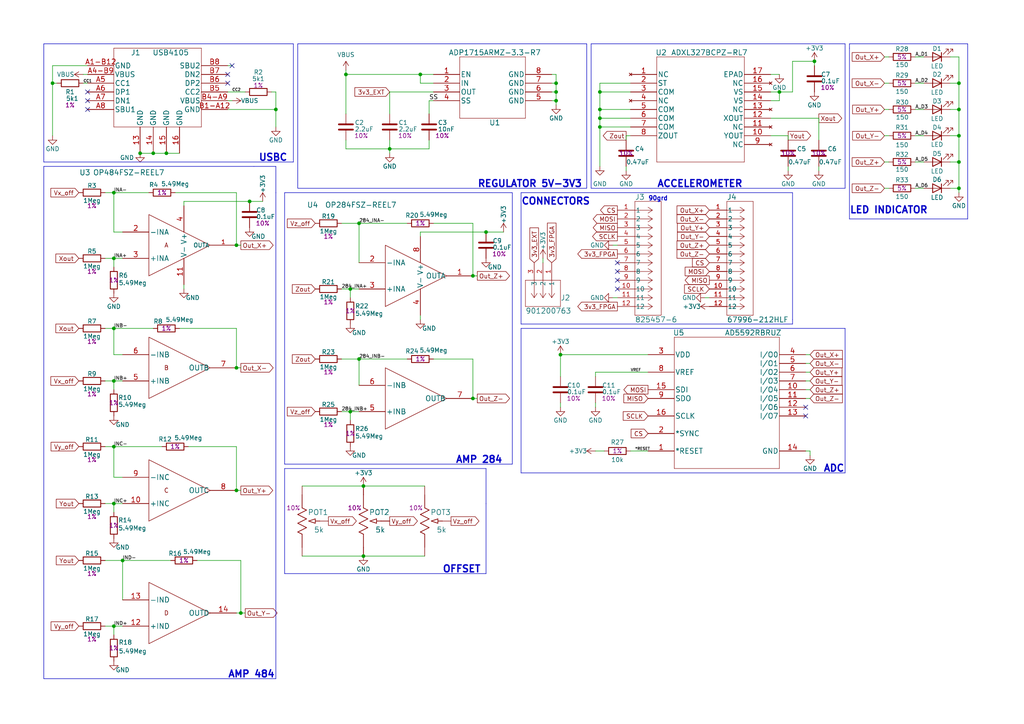
<source format=kicad_sch>
(kicad_sch (version 20230121) (generator eeschema)
  (paper "A4")
  (title_block (title "ACCELEROMETRU") (date "2023-07-21") (company "ANALOG DEVICES"))
  (lib_symbols
    (symbol "12PINI_90:825457-6" (pin_names (offset 0.254))
      (property "Reference" "J" (at 8.89 6.35 0))
      (property "Value" "825457-6" (at 0 0 0))
      (symbol "825457-6_1_1"
        (pin unspecified line (at 0 0 0) (length 5.08) (name "1") (number "1"))
        (pin unspecified line (at 0 -22.86 0) (length 5.08) (name "10") (number "10"))
        (pin unspecified line (at 0 -25.4 0) (length 5.08) (name "11") (number "11"))
        (pin unspecified line (at 0 -27.94 0) (length 5.08) (name "12") (number "12"))
        (pin unspecified line (at 0 -2.54 0) (length 5.08) (name "2") (number "2"))
        (pin unspecified line (at 0 -5.08 0) (length 5.08) (name "3") (number "3"))
        (pin unspecified line (at 0 -7.62 0) (length 5.08) (name "4") (number "4"))
        (pin unspecified line (at 0 -10.16 0) (length 5.08) (name "5") (number "5"))
        (pin unspecified line (at 0 -12.7 0) (length 5.08) (name "6") (number "6"))
        (pin unspecified line (at 0 -15.24 0) (length 5.08) (name "7") (number "7"))
        (pin unspecified line (at 0 -17.78 0) (length 5.08) (name "8") (number "8"))
        (pin unspecified line (at 0 -20.32 0) (length 5.08) (name "9") (number "9"))
      )
      (symbol "825457-6_1_2"
        (pin unspecified line (at 0 0 0) (length 5.08) (name "1") (number "1"))
        (pin unspecified line (at 0 -22.86 0) (length 5.08) (name "10") (number "10"))
        (pin unspecified line (at 0 -25.4 0) (length 5.08) (name "11") (number "11"))
        (pin unspecified line (at 0 -27.94 0) (length 5.08) (name "12") (number "12"))
        (pin unspecified line (at 0 -2.54 0) (length 5.08) (name "2") (number "2"))
        (pin unspecified line (at 0 -5.08 0) (length 5.08) (name "3") (number "3"))
        (pin unspecified line (at 0 -7.62 0) (length 5.08) (name "4") (number "4"))
        (pin unspecified line (at 0 -10.16 0) (length 5.08) (name "5") (number "5"))
        (pin unspecified line (at 0 -12.7 0) (length 5.08) (name "6") (number "6"))
        (pin unspecified line (at 0 -15.24 0) (length 5.08) (name "7") (number "7"))
        (pin unspecified line (at 0 -17.78 0) (length 5.08) (name "8") (number "8"))
        (pin unspecified line (at 0 -20.32 0) (length 5.08) (name "9") (number "9"))
      )
    )
    (symbol "12PINI_UP:67996-212HLF" (pin_names (offset 0.254))
      (property "Reference" "J" (at 8.89 6.35 0))
      (property "Value" "67996-212HLF" (at 0 0 0))
      (symbol "67996-212HLF_1_1"
        (pin unspecified line (at 0 0 0) (length 5.08) (name "1") (number "1"))
        (pin unspecified line (at 0 -22.86 0) (length 5.08) (name "10") (number "10"))
        (pin unspecified line (at 0 -25.4 0) (length 5.08) (name "11") (number "11"))
        (pin unspecified line (at 0 -27.94 0) (length 5.08) (name "12") (number "12"))
        (pin unspecified line (at 0 -2.54 0) (length 5.08) (name "2") (number "2"))
        (pin unspecified line (at 0 -5.08 0) (length 5.08) (name "3") (number "3"))
        (pin unspecified line (at 0 -7.62 0) (length 5.08) (name "4") (number "4"))
        (pin unspecified line (at 0 -10.16 0) (length 5.08) (name "5") (number "5"))
        (pin unspecified line (at 0 -12.7 0) (length 5.08) (name "6") (number "6"))
        (pin unspecified line (at 0 -15.24 0) (length 5.08) (name "7") (number "7"))
        (pin unspecified line (at 0 -17.78 0) (length 5.08) (name "8") (number "8"))
        (pin unspecified line (at 0 -20.32 0) (length 5.08) (name "9") (number "9"))
      )
      (symbol "67996-212HLF_1_2"
        (pin unspecified line (at 0 0 0) (length 5.08) (name "1") (number "1"))
        (pin unspecified line (at 0 -22.86 0) (length 5.08) (name "10") (number "10"))
        (pin unspecified line (at 0 -25.4 0) (length 5.08) (name "11") (number "11"))
        (pin unspecified line (at 0 -27.94 0) (length 5.08) (name "12") (number "12"))
        (pin unspecified line (at 0 -2.54 0) (length 5.08) (name "2") (number "2"))
        (pin unspecified line (at 0 -5.08 0) (length 5.08) (name "3") (number "3"))
        (pin unspecified line (at 0 -7.62 0) (length 5.08) (name "4") (number "4"))
        (pin unspecified line (at 0 -10.16 0) (length 5.08) (name "5") (number "5"))
        (pin unspecified line (at 0 -12.7 0) (length 5.08) (name "6") (number "6"))
        (pin unspecified line (at 0 -15.24 0) (length 5.08) (name "7") (number "7"))
        (pin unspecified line (at 0 -17.78 0) (length 5.08) (name "8") (number "8"))
        (pin unspecified line (at 0 -20.32 0) (length 5.08) (name "9") (number "9"))
      )
    )
    (symbol "3PINI:901200763" (pin_names (offset 0.254))
      (property "Reference" "J2" (at 10.16 2.54 90))
      (property "Value" "901200763" (at 13.97 -7.62 90))
      (symbol "901200763_1_1"
        (pin power_in line (at 0 0 0) (length 5.08) (name "1") (number "1"))
        (pin power_out line (at 0 -2.54 0) (length 5.08) (name "2") (number "2"))
        (pin power_in line (at 0 -5.08 0) (length 5.08) (name "3") (number "3"))
      )
      (symbol "901200763_1_2"
        (pin unspecified line (at 0 0 0) (length 5.08) (name "1") (number "1"))
        (pin unspecified line (at 0 -2.54 0) (length 5.08) (name "2") (number "2"))
        (pin unspecified line (at 0 -5.08 0) (length 5.08) (name "3") (number "3"))
      )
    )
    (symbol "AD5592RBRUZ:AD5592RBRUZ" (pin_names (offset 0.254))
      (property "Reference" "U" (at 22.86 10.16 0))
      (property "Value" "AD5592RBRUZ" (at 22.86 7.62 0))
      (symbol "AD5592RBRUZ_1_1"
        (pin unspecified line (at 0 -27.94 0) (length 7.62) (name "*RESET") (number "1"))
        (pin unspecified line (at 45.72 -10.16 180) (length 7.62) (name "I/O4") (number "10"))
        (pin unspecified line (at 45.72 -12.7 180) (length 7.62) (name "I/O5") (number "11"))
        (pin unspecified line (at 45.72 -15.24 180) (length 7.62) (name "I/O6") (number "12"))
        (pin unspecified line (at 45.72 -17.78 180) (length 7.62) (name "I/O7") (number "13"))
        (pin unspecified line (at 45.72 -27.94 180) (length 7.62) (name "GND") (number "14"))
        (pin unspecified line (at 0 -10.16 0) (length 7.62) (name "SDI") (number "15"))
        (pin unspecified line (at 0 -17.78 0) (length 7.62) (name "SCLK") (number "16"))
        (pin unspecified line (at 0 -22.86 0) (length 7.62) (name "*SYNC") (number "2"))
        (pin unspecified line (at 0 0 0) (length 7.62) (name "VDD") (number "3"))
        (pin unspecified line (at 45.72 0 180) (length 7.62) (name "I/O0") (number "4"))
        (pin unspecified line (at 45.72 -2.54 180) (length 7.62) (name "I/O1") (number "5"))
        (pin unspecified line (at 45.72 -5.08 180) (length 7.62) (name "I/O2") (number "6"))
        (pin unspecified line (at 45.72 -7.62 180) (length 7.62) (name "I/O3") (number "7"))
        (pin unspecified line (at 0 -5.08 0) (length 7.62) (name "VREF") (number "8"))
        (pin unspecified line (at 0 -12.7 0) (length 7.62) (name "SDO") (number "9"))
      )
    )
    (symbol "ADP1715ARMZ-3.3-R7:ADP1715ARMZ-3.3-R7" (pin_names (offset 0.254))
      (property "Reference" "U1" (at 8.89 6.35 0))
      (property "Value" "ADP1715ARMZ-3.3-R7" (at 25.4 6.35 0))
      (symbol "ADP1715ARMZ-3.3-R7_1_1"
        (pin bidirectional line (at 0 0 0) (length 7.62) (name "EN") (number "1"))
        (pin bidirectional line (at 0 -2.54 0) (length 7.62) (name "IN") (number "2"))
        (pin output line (at 0 -5.08 0) (length 7.62) (name "OUT") (number "3"))
        (pin output line (at 0 -7.62 0) (length 7.62) (name "SS") (number "4"))
        (pin bidirectional line (at 34.29 -7.62 180) (length 7.62) (name "GND") (number "5"))
        (pin bidirectional line (at 34.29 -5.08 180) (length 7.62) (name "GND") (number "6"))
        (pin bidirectional line (at 34.29 -2.54 180) (length 7.62) (name "GND") (number "7"))
        (pin bidirectional line (at 34.29 0 180) (length 7.62) (name "GND") (number "8"))
      )
    )
    (symbol "ADXL327BCPZ-RL7:ADXL327BCPZ-RL7" (pin_names (offset 0.254))
      (property "Reference" "U" (at 20.32 10.16 0))
      (property "Value" "ADXL327BCPZ-RL7" (at 20.32 7.62 0))
      (symbol "ADXL327BCPZ-RL7_1_1"
        (pin no_connect line (at 0 0 0) (length 7.62) (name "NC") (number "1"))
        (pin output line (at 40.64 -17.78 180) (length 7.62) (name "YOUT") (number "10"))
        (pin no_connect line (at 40.64 -15.24 180) (length 7.62) (name "NC") (number "11"))
        (pin output line (at 40.64 -12.7 180) (length 7.62) (name "XOUT") (number "12"))
        (pin no_connect line (at 40.64 -10.16 180) (length 7.62) (name "NC") (number "13"))
        (pin unspecified line (at 40.64 -7.62 180) (length 7.62) (name "VS") (number "14"))
        (pin unspecified line (at 40.64 -5.08 180) (length 7.62) (name "VS") (number "15"))
        (pin no_connect line (at 40.64 -2.54 180) (length 7.62) (name "NC") (number "16"))
        (pin unspecified line (at 40.64 0 180) (length 7.62) (name "EPAD") (number "17"))
        (pin unspecified line (at 0 -2.54 0) (length 7.62) (name "ST") (number "2"))
        (pin unspecified line (at 0 -5.08 0) (length 7.62) (name "COM") (number "3"))
        (pin no_connect line (at 0 -7.62 0) (length 7.62) (name "NC") (number "4"))
        (pin unspecified line (at 0 -10.16 0) (length 7.62) (name "COM") (number "5"))
        (pin unspecified line (at 0 -12.7 0) (length 7.62) (name "COM") (number "6"))
        (pin unspecified line (at 0 -15.24 0) (length 7.62) (name "COM") (number "7"))
        (pin output line (at 0 -17.78 0) (length 7.62) (name "ZOUT") (number "8"))
        (pin no_connect line (at 40.64 -20.32 180) (length 7.62) (name "NC") (number "9"))
      )
    )
    (symbol "Device:C" (pin_numbers hide) (pin_names (offset 0.254))
      (property "Reference" "C" (at 0.635 2.54 0))
      (property "Value" "C" (at 0.635 -2.54 0))
      (symbol "C_1_1"
        (pin passive line (at 0 3.81 270) (length 2.794) (name "~") (number "1"))
        (pin passive line (at 0 -3.81 90) (length 2.794) (name "~") (number "2"))
      )
    )
    (symbol "Device:LED" (pin_numbers hide) (pin_names (offset 1.016) hide)
      (property "Reference" "D" (at 0 2.54 0))
      (property "Value" "LED" (at 0 -2.54 0))
      (symbol "LED_1_1"
        (pin passive line (at -3.81 0 0) (length 2.54) (name "K") (number "1"))
        (pin passive line (at 3.81 0 180) (length 2.54) (name "A") (number "2"))
      )
    )
    (symbol "Device:R" (pin_numbers hide) (pin_names (offset 0))
      (property "Reference" "R" (at 2.032 0 90))
      (property "Value" "R" (at 0 0 90))
      (symbol "R_1_1"
        (pin passive line (at 0 3.81 270) (length 1.27) (name "~") (number "1"))
        (pin passive line (at 0 -3.81 90) (length 1.27) (name "~") (number "2"))
      )
    )
    (symbol "OP284FSZ-REEL7:OP284FSZ-REEL7" (pin_names (offset 0.254))
      (property "Reference" "U4" (at -21.082 -12.446 0))
      (property "Value" "OP284FSZ-REEL7" (at -7.112 -12.446 0))
      (symbol "OP284FSZ-REEL7_1_1"
        (pin output line (at 25.4 -33.02 180) (length 7.62) (name "OUTA") (number "1"))
        (pin input line (at -7.62 -29.21 0) (length 7.62) (name "-INA") (number "2"))
        (pin input line (at -7.62 -36.83 0) (length 7.62) (name "+INA") (number "3"))
        (pin power_in line (at 10.16 -44.45 90) (length 7.62) (name "V-") (number "4"))
        (pin input line (at -7.62 -72.39 0) (length 7.62) (name "+INB") (number "5"))
        (pin input line (at -7.62 -64.77 0) (length 7.62) (name "-INB") (number "6"))
        (pin output line (at 25.4 -68.58 180) (length 7.62) (name "OUTB") (number "7"))
        (pin power_in line (at 10.16 -21.59 270) (length 7.62) (name "V+") (number "8"))
      )
    )
    (symbol "OP484FSZ-REEL7:OP484FSZ-REEL7" (pin_names (offset 0.254))
      (property "Reference" "U3" (at -18.542 -22.098 0))
      (property "Value" "OP484FSZ-REEL7" (at -5.842 -22.098 0))
      (symbol "OP484FSZ-REEL7_1_1"
        (text "A" (at 5.08 -43.18 0) (effects (font (size 1.27 1.27))))
        (text "B" (at 5.08 -78.74 0) (effects (font (size 1.27 1.27))))
        (text "C" (at 5.08 -114.3 0) (effects (font (size 1.27 1.27))))
        (text "D" (at 5.08 -149.86 0) (effects (font (size 1.27 1.27))))
        (pin output line (at 25.4 -43.18 180) (length 7.62) (name "OUTA") (number "1"))
        (pin input line (at -7.62 -118.11 0) (length 7.62) (name "+INC") (number "10"))
        (pin power_in line (at 10.16 -54.61 90) (length 7.62) (name "V-") (number "11"))
        (pin input line (at -7.62 -153.67 0) (length 7.62) (name "+IND") (number "12"))
        (pin input line (at -7.62 -146.05 0) (length 7.62) (name "-IND") (number "13"))
        (pin output line (at 25.4 -149.86 180) (length 7.62) (name "OUTD") (number "14"))
        (pin input line (at -7.62 -39.37 0) (length 7.62) (name "-INA") (number "2"))
        (pin input line (at -7.62 -46.99 0) (length 7.62) (name "+INA") (number "3"))
        (pin power_in line (at 10.16 -31.75 270) (length 7.62) (name "V+") (number "4"))
        (pin input line (at -7.62 -82.55 0) (length 7.62) (name "+INB") (number "5"))
        (pin input line (at -7.62 -74.93 0) (length 7.62) (name "-INB") (number "6"))
        (pin output line (at 25.4 -78.74 180) (length 7.62) (name "OUTB") (number "7"))
        (pin output line (at 25.4 -114.3 180) (length 7.62) (name "OUTC") (number "8"))
        (pin input line (at -7.62 -110.49 0) (length 7.62) (name "-INC") (number "9"))
      )
    )
    (symbol "POTENTIOMETRU:POT" (pin_numbers hide) (pin_names (offset -1.651) hide)
      (property "Reference" "R" (at 10.795 -3.175 0))
      (property "Value" "POT" (at 10.795 -9.525 0))
      (symbol "POT_1_1"
        (pin unspecified line (at 0 0 0) (length 2.54) (name "1") (number "1"))
        (pin unspecified line (at 10.16 7.62 270) (length 2.54) (name "2") (number "2"))
        (pin unspecified line (at 20.32 0 180) (length 2.54) (name "3") (number "3"))
      )
    )
    (symbol "R_2" (pin_numbers hide) (pin_names (offset 0))
      (property "Reference" "R24" (at 2.286 2.413 90))
      (property "Value" "5Meg" (at 2.286 -2.54 90))
      (symbol "R_2_1_1"
        (pin passive line (at 0 3.81 270) (length 1.27) (name "~") (number "1"))
        (pin free line (at 0 -3.81 90) (length 1.27) (name "~") (number "2"))
      )
    )
    (symbol "R_4" (pin_numbers hide) (pin_names (offset 0))
      (property "Reference" "R6" (at 2.032 0 90))
      (property "Value" "1Meg" (at -2.286 0 90))
      (symbol "R_4_1_1"
        (pin free line (at 0 3.81 270) (length 1.27) (name "~") (number "1"))
        (pin free line (at 0 -3.81 90) (length 1.27) (name "~") (number "2"))
      )
    )
    (symbol "USB4105-GF-A:USB4105" (pin_names (offset 0.254))
      (property "Reference" "J1" (at 8.89 6.35 0))
      (property "Value" "USB4105" (at 27.94 6.35 0))
      (symbol "USB4105_1_1"
        (pin power_in line (at 15.24 -25.4 90) (length 7.62) (name "GND") (number "13"))
        (pin power_in line (at 19.05 -25.4 90) (length 7.62) (name "GND") (number "14"))
        (pin power_in line (at 22.86 -25.4 90) (length 7.62) (name "GND") (number "15"))
        (pin power_in line (at 26.67 -25.4 90) (length 7.62) (name "GND") (number "16"))
        (pin power_in line (at 0 0 0) (length 7.62) (name "GND") (number "A1-B12"))
        (pin bidirectional line (at 0 -2.54 0) (length 7.62) (name "VBUS") (number "A4-B9"))
        (pin bidirectional line (at 0 -5.08 0) (length 7.62) (name "CC1") (number "A5"))
        (pin bidirectional line (at 0 -7.62 0) (length 7.62) (name "DP1") (number "A6"))
        (pin bidirectional line (at 0 -10.16 0) (length 7.62) (name "DN1") (number "A7"))
        (pin bidirectional line (at 0 -12.7 0) (length 7.62) (name "SBU1") (number "A8"))
        (pin power_out line (at 40.64 -12.7 180) (length 7.62) (name "GND") (number "B1-A12"))
        (pin bidirectional line (at 40.64 -10.16 180) (length 7.62) (name "VBUS") (number "B4-A9"))
        (pin bidirectional line (at 40.64 -7.62 180) (length 7.62) (name "CC2") (number "B5"))
        (pin bidirectional line (at 40.64 -5.08 180) (length 7.62) (name "DP2") (number "B6"))
        (pin bidirectional line (at 40.64 -2.54 180) (length 7.62) (name "DN2") (number "B7"))
        (pin bidirectional line (at 40.64 0 180) (length 7.62) (name "SBU2") (number "B8"))
      )
    )
    (symbol "power:+3V3" (power) (pin_names (offset 0))
      (property "Value" "+3V3" (at 0 3.556 0))
      (symbol "+3V3_1_1"
        (pin power_in line (at 0 0 90) (length 0) hide (name "+3V3") (number "1"))
      )
    )
    (symbol "power:GND" (power) (pin_names (offset 0))
      (property "Value" "GND" (at 0 -3.81 0))
      (symbol "GND_1_1"
        (pin power_in line (at 0 0 270) (length 0) hide (name "GND") (number "1"))
      )
    )
    (symbol "power:VBUS" (power) (pin_names (offset 0))
      (property "Value" "VBUS" (at 0 3.81 0))
      (symbol "VBUS_1_1"
        (pin power_in line (at 0 0 90) (length 0) hide (name "VBUS") (number "1"))
      )
    )
  )
  (junction (at 173.99 34.29))
  (junction (at 105.41 140.97))
  (junction (at 33.02 129.54))
  (junction (at 40.64 44.45))
  (junction (at 68.58 71.12))
  (junction (at 278.13 54.61))
  (junction (at 100.33 21.59))
  (junction (at 33.02 110.49))
  (junction (at 44.45 44.45))
  (junction (at 278.13 24.13))
  (junction (at 278.13 39.37))
  (junction (at 278.13 46.99))
  (junction (at 33.02 146.05))
  (junction (at 161.29 26.67))
  (junction (at 173.99 26.67))
  (junction (at 33.02 55.88))
  (junction (at 33.02 95.25))
  (junction (at 35.56 162.56))
  (junction (at 80.01 31.75))
  (junction (at 113.03 43.18))
  (junction (at 68.58 106.68))
  (junction (at 48.26 44.45))
  (junction (at 121.92 21.59))
  (junction (at 69.85 177.8))
  (junction (at 33.02 74.93))
  (junction (at 101.6 83.82))
  (junction (at 226.06 26.67))
  (junction (at 161.29 24.13))
  (junction (at 15.24 24.13))
  (junction (at 173.99 31.75))
  (junction (at 161.29 29.21))
  (junction (at 33.02 181.61))
  (junction (at 105.41 161.29))
  (junction (at 173.99 36.83))
  (junction (at 236.22 17.78))
  (junction (at 140.97 67.31))
  (junction (at 278.13 31.75))
  (junction (at 137.16 115.57))
  (junction (at 104.14 104.14))
  (junction (at 162.56 102.87))
  (junction (at 104.14 64.77))
  (junction (at 137.16 80.01))
  (junction (at 101.6 119.38))
  (junction (at 68.58 142.24))
  (junction (at 72.39 58.42))
  (no_connect (at 233.68 118.11))
  (no_connect (at 179.07 81.28))
  (no_connect (at 67.31 19.05))
  (no_connect (at 179.07 83.82))
  (no_connect (at 179.07 78.74))
  (no_connect (at 25.4 26.67))
  (no_connect (at 179.07 76.2))
  (no_connect (at 25.4 31.75))
  (no_connect (at 25.4 29.21))
  (no_connect (at 66.04 21.59))
  (no_connect (at 66.04 24.13))
  (no_connect (at 233.68 120.65))
  (wire (pts (xy 265.43 46.99) (xy 267.97 46.99)))
  (wire (pts (xy 121.92 67.31) (xy 121.92 68.58)))
  (polyline (pts (xy 82.55 166.37) (xy 82.55 135.89)))
  (polyline (pts (xy 229.87 92.71) (xy 229.87 93.98)))
  (wire (pts (xy 105.41 161.29) (xy 123.19 161.29)))
  (wire (pts (xy 256.54 24.13) (xy 257.81 24.13)))
  (polyline (pts (xy 245.11 54.61) (xy 245.11 12.7)))
  (wire (pts (xy 223.52 39.37) (xy 228.6 39.37)))
  (wire (pts (xy 278.13 39.37) (xy 278.13 46.99)))
  (wire (pts (xy 113.03 26.67) (xy 125.73 26.67)))
  (polyline (pts (xy 80.01 196.85) (xy 80.01 55.88)))
  (wire (pts (xy 69.85 177.8) (xy 71.12 177.8)))
  (polyline (pts (xy 12.7 46.99) (xy 85.09 46.99)))
  (polyline (pts (xy 82.55 55.88) (xy 148.59 55.88)))
  (wire (pts (xy 15.24 24.13) (xy 15.24 39.37)))
  (wire (pts (xy 177.8 86.36) (xy 179.07 86.36)))
  (wire (pts (xy 187.96 107.95) (xy 172.72 107.95)))
  (wire (pts (xy 223.52 29.21) (xy 226.06 29.21)))
  (wire (pts (xy 172.72 116.84) (xy 172.72 118.11)))
  (wire (pts (xy 33.02 110.49) (xy 35.56 110.49)))
  (wire (pts (xy 66.04 29.21) (xy 67.31 29.21)))
  (wire (pts (xy 124.46 43.18) (xy 113.03 43.18)))
  (wire (pts (xy 101.6 119.38) (xy 104.14 119.38)))
  (wire (pts (xy 228.6 39.37) (xy 228.6 40.64)))
  (wire (pts (xy 113.03 40.64) (xy 113.03 43.18)))
  (polyline (pts (xy 229.87 93.98) (xy 151.13 93.98)))
  (wire (pts (xy 52.07 95.25) (xy 68.58 95.25)))
  (wire (pts (xy 105.41 140.97) (xy 123.19 140.97)))
  (wire (pts (xy 161.29 21.59) (xy 161.29 24.13)))
  (wire (pts (xy 256.54 31.75) (xy 257.81 31.75)))
  (wire (pts (xy 181.61 39.37) (xy 181.61 40.64)))
  (wire (pts (xy 229.87 26.67) (xy 229.87 17.78)))
  (wire (pts (xy 237.49 48.26) (xy 237.49 49.53)))
  (wire (pts (xy 162.56 109.22) (xy 162.56 102.87)))
  (wire (pts (xy 69.85 177.8) (xy 68.58 177.8)))
  (wire (pts (xy 125.73 21.59) (xy 121.92 21.59)))
  (polyline (pts (xy 246.38 13.97) (xy 246.38 12.7)))
  (wire (pts (xy 256.54 39.37) (xy 257.81 39.37)))
  (polyline (pts (xy 245.11 95.25) (xy 151.13 95.25)))
  (wire (pts (xy 33.02 146.05) (xy 33.02 148.59)))
  (wire (pts (xy 68.58 142.24) (xy 69.85 142.24)))
  (polyline (pts (xy 171.45 12.7) (xy 171.45 54.61)))
  (wire (pts (xy 137.16 115.57) (xy 138.43 115.57)))
  (wire (pts (xy 121.92 21.59) (xy 100.33 21.59)))
  (wire (pts (xy 172.72 107.95) (xy 172.72 109.22)))
  (wire (pts (xy 137.16 80.01) (xy 138.43 80.01)))
  (wire (pts (xy 80.01 31.75) (xy 80.01 36.83)))
  (wire (pts (xy 275.59 54.61) (xy 278.13 54.61)))
  (polyline (pts (xy 140.97 166.37) (xy 82.55 166.37)))
  (wire (pts (xy 265.43 24.13) (xy 267.97 24.13)))
  (wire (pts (xy 53.34 58.42) (xy 53.34 59.69)))
  (wire (pts (xy 121.92 91.44) (xy 121.92 92.71)))
  (wire (pts (xy 124.46 29.21) (xy 124.46 33.02)))
  (wire (pts (xy 113.03 43.18) (xy 113.03 44.45)))
  (polyline (pts (xy 86.36 54.61) (xy 170.18 54.61)))
  (wire (pts (xy 66.04 26.67) (xy 71.12 26.67)))
  (wire (pts (xy 233.68 113.03) (xy 234.95 113.03)))
  (wire (pts (xy 275.59 16.51) (xy 278.13 16.51)))
  (wire (pts (xy 177.8 71.12) (xy 179.07 71.12)))
  (wire (pts (xy 125.73 29.21) (xy 124.46 29.21)))
  (wire (pts (xy 265.43 39.37) (xy 267.97 39.37)))
  (polyline (pts (xy 171.45 12.7) (xy 245.11 12.7)))
  (wire (pts (xy 104.14 104.14) (xy 104.14 111.76)))
  (wire (pts (xy 160.02 26.67) (xy 161.29 26.67)))
  (polyline (pts (xy 148.59 55.88) (xy 148.59 134.62)))
  (wire (pts (xy 66.04 19.05) (xy 67.31 19.05)))
  (wire (pts (xy 80.01 26.67) (xy 80.01 31.75)))
  (wire (pts (xy 99.06 119.38) (xy 101.6 119.38)))
  (wire (pts (xy 236.22 17.78) (xy 236.22 19.05)))
  (wire (pts (xy 265.43 54.61) (xy 267.97 54.61)))
  (wire (pts (xy 101.6 119.38) (xy 101.6 121.92)))
  (wire (pts (xy 162.56 116.84) (xy 162.56 118.11)))
  (polyline (pts (xy 148.59 134.62) (xy 82.55 134.62)))
  (wire (pts (xy 40.64 44.45) (xy 44.45 44.45)))
  (wire (pts (xy 157.48 74.93) (xy 157.48 76.2)))
  (wire (pts (xy 33.02 129.54) (xy 46.99 129.54)))
  (wire (pts (xy 237.49 34.29) (xy 237.49 40.64)))
  (wire (pts (xy 68.58 106.68) (xy 69.85 106.68)))
  (wire (pts (xy 137.16 104.14) (xy 137.16 115.57)))
  (wire (pts (xy 278.13 31.75) (xy 278.13 39.37)))
  (wire (pts (xy 275.59 24.13) (xy 278.13 24.13)))
  (polyline (pts (xy 82.55 55.88) (xy 82.55 134.62)))
  (wire (pts (xy 33.02 129.54) (xy 33.02 138.43)))
  (wire (pts (xy 173.99 24.13) (xy 173.99 26.67)))
  (wire (pts (xy 265.43 31.75) (xy 267.97 31.75)))
  (wire (pts (xy 275.59 39.37) (xy 278.13 39.37)))
  (wire (pts (xy 30.48 55.88) (xy 33.02 55.88)))
  (wire (pts (xy 265.43 16.51) (xy 267.97 16.51)))
  (wire (pts (xy 125.73 104.14) (xy 137.16 104.14)))
  (wire (pts (xy 160.02 29.21) (xy 161.29 29.21)))
  (polyline (pts (xy 151.13 137.16) (xy 234.95 137.16)))
  (polyline (pts (xy 280.67 63.5) (xy 246.38 63.5)))
  (wire (pts (xy 234.95 130.81) (xy 234.95 132.08)))
  (wire (pts (xy 182.88 24.13) (xy 173.99 24.13)))
  (wire (pts (xy 228.6 48.26) (xy 228.6 49.53)))
  (wire (pts (xy 24.13 24.13) (xy 25.4 24.13)))
  (wire (pts (xy 181.61 48.26) (xy 181.61 49.53)))
  (polyline (pts (xy 12.7 196.85) (xy 80.01 196.85)))
  (wire (pts (xy 44.45 44.45) (xy 48.26 44.45)))
  (polyline (pts (xy 140.97 146.05) (xy 140.97 166.37)))
  (wire (pts (xy 118.11 104.14) (xy 104.14 104.14)))
  (wire (pts (xy 68.58 71.12) (xy 69.85 71.12)))
  (wire (pts (xy 256.54 54.61) (xy 257.81 54.61)))
  (wire (pts (xy 101.6 83.82) (xy 104.14 83.82)))
  (polyline (pts (xy 246.38 12.7) (xy 280.67 12.7)))
  (polyline (pts (xy 280.67 12.7) (xy 280.67 63.5)))
  (wire (pts (xy 30.48 129.54) (xy 33.02 129.54)))
  (wire (pts (xy 68.58 129.54) (xy 68.58 142.24)))
  (wire (pts (xy 48.26 44.45) (xy 52.07 44.45)))
  (wire (pts (xy 99.06 104.14) (xy 104.14 104.14)))
  (wire (pts (xy 33.02 146.05) (xy 35.56 146.05)))
  (polyline (pts (xy 73.66 48.26) (xy 80.01 48.26)))
  (wire (pts (xy 101.6 83.82) (xy 101.6 86.36)))
  (wire (pts (xy 30.48 162.56) (xy 35.56 162.56)))
  (wire (pts (xy 161.29 24.13) (xy 161.29 26.67)))
  (wire (pts (xy 162.56 102.87) (xy 187.96 102.87)))
  (wire (pts (xy 233.68 110.49) (xy 234.95 110.49)))
  (wire (pts (xy 49.53 162.56) (xy 35.56 162.56)))
  (polyline (pts (xy 151.13 55.88) (xy 229.87 55.88)))
  (polyline (pts (xy 80.01 55.88) (xy 80.01 55.88)))
  (wire (pts (xy 57.15 162.56) (xy 69.85 162.56)))
  (wire (pts (xy 233.68 102.87) (xy 234.95 102.87)))
  (wire (pts (xy 278.13 54.61) (xy 278.13 55.88)))
  (wire (pts (xy 35.56 162.56) (xy 35.56 173.99)))
  (polyline (pts (xy 85.09 46.99) (xy 85.09 12.7)))
  (wire (pts (xy 15.24 19.05) (xy 15.24 24.13)))
  (wire (pts (xy 182.88 36.83) (xy 173.99 36.83)))
  (wire (pts (xy 30.48 181.61) (xy 33.02 181.61)))
  (wire (pts (xy 54.61 129.54) (xy 68.58 129.54)))
  (wire (pts (xy 121.92 67.31) (xy 140.97 67.31)))
  (polyline (pts (xy 170.18 54.61) (xy 170.18 12.7)))
  (wire (pts (xy 33.02 181.61) (xy 35.56 181.61)))
  (wire (pts (xy 24.13 21.59) (xy 25.4 21.59)))
  (wire (pts (xy 33.02 95.25) (xy 44.45 95.25)))
  (wire (pts (xy 30.48 110.49) (xy 33.02 110.49)))
  (wire (pts (xy 33.02 138.43) (xy 35.56 138.43)))
  (polyline (pts (xy 171.45 54.61) (xy 245.11 54.61)))
  (wire (pts (xy 68.58 95.25) (xy 68.58 106.68)))
  (wire (pts (xy 161.29 26.67) (xy 161.29 29.21)))
  (wire (pts (xy 140.97 67.31) (xy 146.05 67.31)))
  (wire (pts (xy 125.73 64.77) (xy 137.16 64.77)))
  (polyline (pts (xy 140.97 135.89) (xy 140.97 146.05)))
  (wire (pts (xy 33.02 67.31) (xy 35.56 67.31)))
  (wire (pts (xy 100.33 21.59) (xy 100.33 33.02)))
  (wire (pts (xy 275.59 46.99) (xy 278.13 46.99)))
  (wire (pts (xy 99.06 64.77) (xy 104.14 64.77)))
  (polyline (pts (xy 82.55 135.89) (xy 140.97 135.89)))
  (wire (pts (xy 124.46 40.64) (xy 124.46 43.18)))
  (wire (pts (xy 182.88 34.29) (xy 173.99 34.29)))
  (wire (pts (xy 233.68 115.57) (xy 234.95 115.57)))
  (polyline (pts (xy 151.13 95.25) (xy 151.13 137.16)))
  (wire (pts (xy 173.99 34.29) (xy 173.99 36.83)))
  (wire (pts (xy 160.02 24.13) (xy 161.29 24.13)))
  (polyline (pts (xy 246.38 13.97) (xy 246.38 63.5)))
  (wire (pts (xy 33.02 181.61) (xy 33.02 184.15)))
  (wire (pts (xy 72.39 58.42) (xy 76.2 58.42)))
  (wire (pts (xy 233.68 130.81) (xy 234.95 130.81)))
  (wire (pts (xy 256.54 16.51) (xy 257.81 16.51)))
  (wire (pts (xy 100.33 20.32) (xy 100.33 21.59)))
  (wire (pts (xy 33.02 74.93) (xy 35.56 74.93)))
  (wire (pts (xy 278.13 24.13) (xy 278.13 31.75)))
  (wire (pts (xy 50.8 55.88) (xy 68.58 55.88)))
  (wire (pts (xy 33.02 102.87) (xy 35.56 102.87)))
  (wire (pts (xy 275.59 31.75) (xy 278.13 31.75)))
  (wire (pts (xy 182.88 39.37) (xy 181.61 39.37)))
  (wire (pts (xy 15.24 19.05) (xy 25.4 19.05)))
  (wire (pts (xy 33.02 95.25) (xy 33.02 102.87)))
  (polyline (pts (xy 12.7 12.7) (xy 12.7 46.99)))
  (wire (pts (xy 125.73 24.13) (xy 121.92 24.13)))
  (wire (pts (xy 204.47 86.36) (xy 205.74 86.36)))
  (polyline (pts (xy 86.36 12.7) (xy 86.36 54.61)))
  (polyline (pts (xy 80.01 55.88) (xy 80.01 48.26)))
  (wire (pts (xy 15.24 24.13) (xy 16.51 24.13)))
  (polyline (pts (xy 12.7 48.26) (xy 12.7 196.85)))
  (polyline (pts (xy 12.7 48.26) (xy 73.66 48.26)))
  (wire (pts (xy 278.13 16.51) (xy 278.13 24.13)))
  (wire (pts (xy 30.48 146.05) (xy 33.02 146.05)))
  (wire (pts (xy 173.99 26.67) (xy 173.99 31.75)))
  (wire (pts (xy 233.68 105.41) (xy 234.95 105.41)))
  (wire (pts (xy 53.34 58.42) (xy 72.39 58.42)))
  (wire (pts (xy 87.63 161.29) (xy 105.41 161.29)))
  (wire (pts (xy 278.13 46.99) (xy 278.13 54.61)))
  (wire (pts (xy 121.92 24.13) (xy 121.92 21.59)))
  (wire (pts (xy 104.14 64.77) (xy 104.14 76.2)))
  (wire (pts (xy 113.03 26.67) (xy 113.03 33.02)))
  (wire (pts (xy 226.06 26.67) (xy 229.87 26.67)))
  (wire (pts (xy 53.34 82.55) (xy 53.34 83.82)))
  (wire (pts (xy 223.52 34.29) (xy 237.49 34.29)))
  (wire (pts (xy 182.88 31.75) (xy 173.99 31.75)))
  (wire (pts (xy 78.74 26.67) (xy 80.01 26.67)))
  (wire (pts (xy 99.06 83.82) (xy 101.6 83.82)))
  (polyline (pts (xy 245.11 137.16) (xy 245.11 95.25)))
  (wire (pts (xy 256.54 46.99) (xy 257.81 46.99)))
  (wire (pts (xy 137.16 64.77) (xy 137.16 80.01)))
  (polyline (pts (xy 234.95 137.16) (xy 245.11 137.16)))
  (wire (pts (xy 87.63 140.97) (xy 105.41 140.97)))
  (wire (pts (xy 223.52 21.59) (xy 226.06 21.59)))
  (wire (pts (xy 118.11 64.77) (xy 104.14 64.77)))
  (wire (pts (xy 160.02 21.59) (xy 161.29 21.59)))
  (wire (pts (xy 100.33 40.64) (xy 100.33 43.18)))
  (wire (pts (xy 182.88 130.81) (xy 187.96 130.81)))
  (wire (pts (xy 30.48 95.25) (xy 33.02 95.25)))
  (wire (pts (xy 161.29 29.21) (xy 161.29 30.48)))
  (wire (pts (xy 33.02 74.93) (xy 33.02 77.47)))
  (polyline (pts (xy 86.36 12.7) (xy 170.18 12.7)))
  (wire (pts (xy 66.04 31.75) (xy 80.01 31.75)))
  (wire (pts (xy 182.88 26.67) (xy 173.99 26.67)))
  (wire (pts (xy 229.87 17.78) (xy 236.22 17.78)))
  (wire (pts (xy 30.48 74.93) (xy 33.02 74.93)))
  (wire (pts (xy 69.85 162.56) (xy 69.85 177.8)))
  (wire (pts (xy 33.02 110.49) (xy 33.02 113.03)))
  (wire (pts (xy 173.99 36.83) (xy 173.99 48.26)))
  (wire (pts (xy 226.06 29.21) (xy 226.06 26.67)))
  (wire (pts (xy 33.02 55.88) (xy 43.18 55.88)))
  (wire (pts (xy 33.02 55.88) (xy 33.02 67.31)))
  (polyline (pts (xy 151.13 93.98) (xy 151.13 55.88)))
  (wire (pts (xy 223.52 26.67) (xy 226.06 26.67)))
  (polyline (pts (xy 229.87 55.88) (xy 229.87 92.71)))
  (wire (pts (xy 100.33 43.18) (xy 113.03 43.18)))
  (wire (pts (xy 68.58 55.88) (xy 68.58 71.12)))
  (wire (pts (xy 173.99 31.75) (xy 173.99 34.29)))
  (polyline (pts (xy 12.7 12.7) (xy 85.09 12.7)))
  (wire (pts (xy 175.26 130.81) (xy 172.72 130.81)))
  (wire (pts (xy 233.68 107.95) (xy 234.95 107.95)))
  (text "ADC" (at 238.76 137.16 0) (effects (font (size 2 2) (thickness 0.4) bold) (justify left bottom)))
  (text "90grd" (at 187.96 58.42 0) (effects (font (size 1.27 1.27) bold) (justify left bottom)))
  (text "LED INDICATOR" (at 246.38 62.23 0) (effects (font (size 2 2) bold) (justify left bottom)))
  (text "USBC" (at 74.93 46.99 0) (effects (font (size 2 2) (thickness 0.4) bold) (justify left bottom)))
  (text "ACCELEROMETER" (at 190.5 54.61 0) (effects (font (size 2 2) (thickness 0.4) bold) (justify left bottom)))
  (text "CONNECTORS" (at 151.13 59.69 0) (effects (font (size 2 2) (thickness 0.4) bold) (justify left bottom)))
  (text "AMP 484" (at 66.04 196.85 0) (effects (font (size 2 2) (thickness 0.4) bold) (justify left bottom)))
  (text "OFFSET" (at 128.27 166.37 0) (effects (font (size 2 2) bold) (justify left bottom)))
  (text "REGULATOR 5V-3V3" (at 138.43 54.61 0) (effects (font (size 2 2) (thickness 0.4) bold) (justify left bottom)))
  (text "AMP 284" (at 132.08 134.62 0) (effects (font (size 2 2) (thickness 0.4) bold) (justify left bottom)))
  (label "VREF" (at 182.88 107.95 0) (effects (font (size 0.8 0.8))))
  (label "IND-" (at 35.56 162.56 0) (effects (font (size 1 1))))
  (label "SS" (at 124.46 29.21 0))
  (label "A_D5" (at 265.43 46.99 0) (effects (font (size 1 1))))
  (label "IND+" (at 33.02 181.61 0) (effects (font (size 1 1))))
  (label "INA+" (at 33.02 74.93 0) (effects (font (size 1 1))))
  (label "A_D6" (at 265.43 54.61 0) (effects (font (size 1 1))))
  (label "284_INB-" (at 104.14 104.14 0) (effects (font (size 1 1))))
  (label "*RESET" (at 184.15 130.81 0) (effects (font (size 0.8 0.8))))
  (label "A_D4" (at 265.43 39.37 0) (effects (font (size 1 1))))
  (label "284_INB+" (at 99.06 119.38 0) (effects (font (size 1 1))))
  (label "A_D3" (at 265.43 31.75 0) (effects (font (size 1 1))))
  (label "A_D1" (at 265.43 16.51 0) (effects (font (size 1 1))))
  (label "INC-" (at 33.02 129.54 0) (effects (font (size 1 1))))
  (label "INA-" (at 33.02 55.88 0) (effects (font (size 1 1))))
  (label "CC1" (at 24.13 24.13 0) (effects (font (size 0.8 0.8))))
  (label "INC+" (at 33.02 146.05 0) (effects (font (size 1 1))))
  (label "INB+" (at 33.02 110.49 0) (effects (font (size 1 1))))
  (label "284_INA-" (at 104.14 64.77 0) (effects (font (size 1 1))))
  (label "INB-" (at 33.02 95.25 0) (effects (font (size 1 1))))
  (label "284_INA+" (at 99.06 83.82 0) (effects (font (size 1 1))))
  (label "CC2" (at 69.85 26.67 180) (effects (font (size 0.8 0.8))))
  (label "A_D2" (at 265.43 24.13 0) (effects (font (size 1 1))))
  (global_label "MISO" (shape output) (at 179.07 66.04 180) (property "Intersheetrefs" "${INTERSHEET_REFS}" (effects hide)))
  (global_label "Xout" (shape input) (at 22.86 74.93 180) (property "Intersheetrefs" "${INTERSHEET_REFS}" (effects hide)))
  (global_label "Out_X-" (shape input) (at 256.54 24.13 180) (property "Intersheetrefs" "${INTERSHEET_REFS}" (effects hide)))
  (global_label "Out_Z+" (shape input) (at 205.74 71.12 180) (property "Intersheetrefs" "${INTERSHEET_REFS}" (effects hide)))
  (global_label "Out_X-" (shape input) (at 234.95 105.41 0) (property "Intersheetrefs" "${INTERSHEET_REFS}" (effects hide)))
  (global_label "Out_Y+" (shape output) (at 69.85 142.24 0) (property "Intersheetrefs" "${INTERSHEET_REFS}" (effects hide)))
  (global_label "Out_Y+" (shape input) (at 256.54 31.75 180) (property "Intersheetrefs" "${INTERSHEET_REFS}" (effects hide)))
  (global_label "Vz_off" (shape output) (at 130.81 151.13 0) (property "Intersheetrefs" "${INTERSHEET_REFS}" (effects hide)))
  (global_label "Vx_off" (shape output) (at 95.25 151.13 0) (property "Intersheetrefs" "${INTERSHEET_REFS}" (effects hide)))
  (global_label "Yout" (shape input) (at 22.86 146.05 180) (property "Intersheetrefs" "${INTERSHEET_REFS}" (effects hide)))
  (global_label "3v3_FPGA" (shape output) (at 179.07 73.66 180) (property "Intersheetrefs" "${INTERSHEET_REFS}" (effects hide)))
  (global_label "Out_X+" (shape input) (at 205.74 60.96 180) (property "Intersheetrefs" "${INTERSHEET_REFS}" (effects hide)))
  (global_label "Out_Z+" (shape output) (at 138.43 80.01 0) (property "Intersheetrefs" "${INTERSHEET_REFS}" (effects hide)))
  (global_label "MISO" (shape input) (at 187.96 115.57 180) (property "Intersheetrefs" "${INTERSHEET_REFS}" (effects hide)))
  (global_label "MOSI" (shape input) (at 205.74 78.74 180) (property "Intersheetrefs" "${INTERSHEET_REFS}" (effects hide)))
  (global_label "CS" (shape input) (at 187.96 125.73 180) (property "Intersheetrefs" "${INTERSHEET_REFS}" (effects hide)))
  (global_label "Vx_off" (shape input) (at 22.86 55.88 180) (property "Intersheetrefs" "${INTERSHEET_REFS}" (effects hide)))
  (global_label "MISO" (shape output) (at 205.74 81.28 180) (property "Intersheetrefs" "${INTERSHEET_REFS}" (effects hide)))
  (global_label "Out_X+" (shape output) (at 69.85 71.12 0) (property "Intersheetrefs" "${INTERSHEET_REFS}" (effects hide)))
  (global_label "Out_Z-" (shape output) (at 138.43 115.57 0) (property "Intersheetrefs" "${INTERSHEET_REFS}" (effects hide)))
  (global_label "Out_Y-" (shape input) (at 205.74 68.58 180) (property "Intersheetrefs" "${INTERSHEET_REFS}" (effects hide)))
  (global_label "SCLK" (shape output) (at 179.07 68.58 180) (property "Intersheetrefs" "${INTERSHEET_REFS}" (effects hide)))
  (global_label "Vy_off" (shape input) (at 22.86 181.61 180) (property "Intersheetrefs" "${INTERSHEET_REFS}" (effects hide)))
  (global_label "Vy_off" (shape input) (at 22.86 129.54 180) (property "Intersheetrefs" "${INTERSHEET_REFS}" (effects hide)))
  (global_label "Vy_off" (shape output) (at 113.03 151.13 0) (property "Intersheetrefs" "${INTERSHEET_REFS}" (effects hide)))
  (global_label "MOSI" (shape output) (at 179.07 63.5 180) (property "Intersheetrefs" "${INTERSHEET_REFS}" (effects hide)))
  (global_label "3v3_FPGA" (shape input) (at 160.02 76.2 90) (property "Intersheetrefs" "${INTERSHEET_REFS}" (effects hide)))
  (global_label "Vz_off" (shape input) (at 91.44 119.38 180) (property "Intersheetrefs" "${INTERSHEET_REFS}" (effects hide)))
  (global_label "Out_Z+" (shape input) (at 234.95 113.03 0) (property "Intersheetrefs" "${INTERSHEET_REFS}" (effects hide)))
  (global_label "Out_Z-" (shape input) (at 205.74 73.66 180) (property "Intersheetrefs" "${INTERSHEET_REFS}" (effects hide)))
  (global_label "3v3_EXT" (shape input) (at 113.03 26.67 180) (property "Intersheetrefs" "${INTERSHEET_REFS}" (effects hide)))
  (global_label "Out_X+" (shape input) (at 234.95 102.87 0) (property "Intersheetrefs" "${INTERSHEET_REFS}" (effects hide)))
  (global_label "SCLK" (shape input) (at 205.74 83.82 180) (property "Intersheetrefs" "${INTERSHEET_REFS}" (effects hide)))
  (global_label "Out_X+" (shape input) (at 256.54 16.51 180) (property "Intersheetrefs" "${INTERSHEET_REFS}" (effects hide)))
  (global_label "Out_X-" (shape output) (at 69.85 106.68 0) (property "Intersheetrefs" "${INTERSHEET_REFS}" (effects hide)))
  (global_label "Out_Y+" (shape input) (at 205.74 66.04 180) (property "Intersheetrefs" "${INTERSHEET_REFS}" (effects hide)))
  (global_label "MOSI" (shape output) (at 187.96 113.03 180) (property "Intersheetrefs" "${INTERSHEET_REFS}" (effects hide)))
  (global_label "Yout" (shape output) (at 228.6 39.37 0) (property "Intersheetrefs" "${INTERSHEET_REFS}" (effects hide)))
  (global_label "Zout" (shape input) (at 91.44 104.14 180) (property "Intersheetrefs" "${INTERSHEET_REFS}" (effects hide)))
  (global_label "Zout" (shape output) (at 181.61 39.37 180) (property "Intersheetrefs" "${INTERSHEET_REFS}" (effects hide)))
  (global_label "Xout" (shape output) (at 237.49 34.29 0) (property "Intersheetrefs" "${INTERSHEET_REFS}" (effects hide)))
  (global_label "SCLK" (shape input) (at 187.96 120.65 180) (property "Intersheetrefs" "${INTERSHEET_REFS}" (effects hide)))
  (global_label "Out_X-" (shape input) (at 205.74 63.5 180) (property "Intersheetrefs" "${INTERSHEET_REFS}" (effects hide)))
  (global_label "Vz_off" (shape input) (at 91.44 64.77 180) (property "Intersheetrefs" "${INTERSHEET_REFS}" (effects hide)))
  (global_label "3v3_EXT" (shape input) (at 154.94 76.2 90) (property "Intersheetrefs" "${INTERSHEET_REFS}" (effects hide)))
  (global_label "Out_Z-" (shape input) (at 256.54 54.61 180) (property "Intersheetrefs" "${INTERSHEET_REFS}" (effects hide)))
  (global_label "Out_Y-" (shape input) (at 234.95 110.49 0) (property "Intersheetrefs" "${INTERSHEET_REFS}" (effects hide)))
  (global_label "3v3_FPGA" (shape output) (at 179.07 88.9 180) (property "Intersheetrefs" "${INTERSHEET_REFS}" (effects hide)))
  (global_label "Out_Y-" (shape output) (at 71.12 177.8 0) (property "Intersheetrefs" "${INTERSHEET_REFS}" (effects hide)))
  (global_label "Xout" (shape input) (at 22.86 95.25 180) (property "Intersheetrefs" "${INTERSHEET_REFS}" (effects hide)))
  (global_label "CS" (shape input) (at 205.74 76.2 180) (property "Intersheetrefs" "${INTERSHEET_REFS}" (effects hide)))
  (global_label "Yout" (shape input) (at 22.86 162.56 180) (property "Intersheetrefs" "${INTERSHEET_REFS}" (effects hide)))
  (global_label "Vx_off" (shape input) (at 22.86 110.49 180) (property "Intersheetrefs" "${INTERSHEET_REFS}" (effects hide)))
  (global_label "Out_Z-" (shape input) (at 234.95 115.57 0) (property "Intersheetrefs" "${INTERSHEET_REFS}" (effects hide)))
  (global_label "CS" (shape output) (at 179.07 60.96 180) (property "Intersheetrefs" "${INTERSHEET_REFS}" (effects hide)))
  (global_label "Out_Y+" (shape input) (at 234.95 107.95 0) (property "Intersheetrefs" "${INTERSHEET_REFS}" (effects hide)))
  (global_label "Zout" (shape input) (at 91.44 83.82 180) (property "Intersheetrefs" "${INTERSHEET_REFS}" (effects hide)))
  (global_label "Out_Y-" (shape input) (at 256.54 39.37 180) (property "Intersheetrefs" "${INTERSHEET_REFS}" (effects hide)))
  (global_label "Out_Z+" (shape input) (at 256.54 46.99 180) (property "Intersheetrefs" "${INTERSHEET_REFS}" (effects hide)))
  (symbol (lib_id "power:GND") (at 33.02 156.21 0) (unit 1)
    (property "Reference" "#PWR024" (effects hide))
    (property "Value" "GND" (at 35.56 158.75 0))
  )
  (symbol (lib_id "Device:R") (at 101.6 90.17 180) (unit 1)
    (property "Reference" "R22" (at 102.997 88.773 0) (effects (justify right)))
    (property "Value" "5.49Meg" (at 102.997 90.932 0) (effects (justify right)))
    (property "Footprint" "Resistor_SMD:R_0603_1608Metric" (effects hide))
    (property "Link" "https://ro.mouser.com/ProductDetail/Vishay-Dale/CRCW06035M49FKEA?qs=3xOIb5UCuaTeOAuBBOOEvg%3D%3D" (effects hide))
    (property "Tolerance" "1%" (at 101.6 90.17 0))
  )
  (symbol (lib_id "power:GND") (at 172.72 118.11 0) (unit 1)
    (property "Reference" "#PWR03" (effects hide))
    (property "Value" "GND" (at 172.72 121.92 0))
  )
  (symbol (lib_id "AD5592RBRUZ:AD5592RBRUZ") (at 187.96 102.87 0) (unit 1)
    (property "Reference" "U5" (at 196.85 96.52 0) (effects (font (size 1.524 1.524))))
    (property "Value" "AD5592RBRUZ" (at 218.44 96.52 0) (effects (font (size 1.524 1.524))))
    (property "Footprint" "componente:RU_16_ADI" (effects hide))
    (property "Link" "https://ro.mouser.com/ProductDetail/Analog-Devices/AD5592RBRUZ?qs=wFnXgzJ2EGM0E%2FJNKZBaug%3D%3D" (effects hide))
  )
  (symbol (lib_id "power:GND") (at 101.6 129.54 0) (unit 1)
    (property "Reference" "#PWR029" (effects hide))
    (property "Value" "GND" (at 104.14 132.08 0))
  )
  (symbol (lib_id "power:GND") (at 105.41 161.29 0) (unit 1)
    (property "Reference" "#PWR017" (effects hide))
    (property "Value" "GND" (at 105.41 165.1 0))
  )
  (symbol (lib_id "ADP1715ARMZ-3.3-R7:ADP1715ARMZ-3.3-R7") (at 125.73 21.59 0) (unit 1)
    (property "Reference" "U1" (at 143.51 35.56 0) (effects (font (size 1.524 1.524))))
    (property "Value" "ADP1715ARMZ-3.3-R7" (at 143.51 15.24 0) (effects (font (size 1.524 1.524))))
    (property "Footprint" "componente:RM_8_ADI" (effects hide))
    (property "Link" "https://ro.mouser.com/ProductDetail/Analog-Devices/ADP1715ARMZ-3.3-R7?qs=WIvQP4zGangwvEjYWS0N2Q%3D%3D" (effects hide))
  )
  (symbol (lib_id "Device:R") (at 101.6 125.73 180) (unit 1)
    (property "Reference" "R26" (at 102.997 124.333 0) (effects (justify right)))
    (property "Value" "5.49Meg" (at 102.997 126.492 0) (effects (justify right)))
    (property "Footprint" "Resistor_SMD:R_0603_1608Metric" (effects hide))
    (property "Link" "https://ro.mouser.com/ProductDetail/Vishay-Dale/CRCW06035M49FKEA?qs=3xOIb5UCuaTeOAuBBOOEvg%3D%3D" (effects hide))
    (property "Tolerance" "1%" (at 101.6 125.73 0))
  )
  (symbol (lib_id "Device:C") (at 72.39 62.23 0) (unit 1)
    (property "Reference" "C8" (at 74.295 60.96 0) (effects (justify left)))
    (property "Value" "0.1uF" (at 74.295 62.865 0) (effects (justify left)))
    (property "Footprint" "Capacitor_SMD:C_0603_1608Metric" (effects hide))
    (property "Link" "https://www.tme.eu/ro/details/06033c104kat4a/condensatoare-mlcc-smd/kyocera-avx/" (effects hide))
    (property "Tolerance" "10%" (at 76.2 64.77 0))
  )
  (symbol (lib_id "power:+3V3") (at 172.72 130.81 90) (unit 1)
    (property "Reference" "#PWR033" (effects hide))
    (property "Value" "+3V3" (at 167.64 130.81 90))
  )
  (symbol (lib_id "power:VBUS") (at 24.13 21.59 90) (unit 1)
    (property "Reference" "#PWR011" (effects hide))
    (property "Value" "VBUS" (at 21.59 21.59 90) (effects (justify left)))
  )
  (symbol (lib_id "power:GND") (at 101.6 93.98 0) (unit 1)
    (property "Reference" "#PWR030" (effects hide))
    (property "Value" "GND" (at 104.14 96.52 0))
  )
  (symbol (lib_name "R_4") (lib_id "Device:R") (at 26.67 129.54 90) (unit 1)
    (property "Reference" "R11" (at 26.67 127.508 90))
    (property "Value" "1Meg" (at 26.67 131.826 90))
    (property "Footprint" "Resistor_SMD:R_0603_1608Metric" (effects hide))
    (property "Link" "https://www.tme.eu/ro/details/0603saf1004t5e/rezistente-smd/royal-ohm/" (effects hide))
    (property "Tolerance" "1%" (at 26.67 133.35 90))
  )
  (symbol (lib_id "Device:C") (at 181.61 44.45 0) (unit 1)
    (property "Reference" "C4" (at 184.15 43.18 0) (effects (justify left)))
    (property "Value" "0.47uF" (at 181.61 46.99 0) (effects (justify left)))
    (property "Footprint" "Capacitor_SMD:C_0603_1608Metric" (effects hide))
    (property "Link" "https://www.tme.eu/ro/details/c1608x7r1h474kac/condensatoare-mlcc-smd/tdk/c1608x7r1h474k080ac/" (effects hide))
    (property "Tolernace" "10%" (at 181.61 44.45 0))
  )
  (symbol (lib_id "POTENTIOMETRU:POT") (at 87.63 140.97 270) (unit 1)
    (property "Reference" "POT1" (at 95.25 148.59 90) (effects (font (size 1.524 1.524)) (justify right)))
    (property "Value" "5k" (at 93.98 153.67 90) (effects (font (size 1.524 1.524)) (justify right)))
    (property "Footprint" "componente:POT_3386G" (effects hide))
    (property "Link" "https://ro.mouser.com/ProductDetail/Bourns/3386G-1-502LF?qs=jh2Y1wKDsmgFPNOmvLGRUA%3D%3D" (effects hide))
    (property "Tolerance" "10%" (at 85.09 147.32 90))
  )
  (symbol (lib_name "R_4") (lib_id "Device:R") (at 95.25 64.77 90) (unit 1)
    (property "Reference" "R19" (at 95.25 62.738 90))
    (property "Value" "1Meg" (at 95.25 67.056 90))
    (property "Footprint" "Resistor_SMD:R_0603_1608Metric" (effects hide))
    (property "Link" "https://www.tme.eu/ro/details/0603saf1004t5e/rezistente-smd/royal-ohm/" (effects hide))
    (property "Tolerance" "1%" (at 95.25 68.58 90))
  )
  (symbol (lib_id "Device:R") (at 33.02 187.96 180) (unit 1)
    (property "Reference" "R18" (at 34.417 186.309 0) (effects (justify right)))
    (property "Value" "5.49Meg" (at 34.417 188.849 0) (effects (justify right)))
    (property "Footprint" "Resistor_SMD:R_0603_1608Metric" (effects hide))
    (property "Link" "https://ro.mouser.com/ProductDetail/Vishay-Dale/CRCW06035M49FKEA?qs=3xOIb5UCuaTeOAuBBOOEvg%3D%3D" (effects hide))
    (property "Tolerance" "1%" (at 33.02 187.96 0))
  )
  (symbol (lib_id "power:GND") (at 177.8 86.36 270) (unit 1)
    (property "Reference" "#PWR013" (effects hide))
    (property "Value" "GND" (at 175.26 86.36 90) (effects (justify right)))
  )
  (symbol (lib_id "power:+3V3") (at 236.22 17.78 0) (unit 1)
    (property "Reference" "#PWR09" (effects hide))
    (property "Value" "+3V3" (at 236.22 13.97 0))
  )
  (symbol (lib_id "Device:R") (at 33.02 116.84 180) (unit 1)
    (property "Reference" "R10" (at 34.29 115.316 0) (effects (justify right)))
    (property "Value" "5.49Meg" (at 34.29 117.348 0) (effects (justify right)))
    (property "Footprint" "Resistor_SMD:R_0603_1608Metric" (effects hide))
    (property "Link" "https://ro.mouser.com/ProductDetail/Vishay-Dale/CRCW06035M49FKEA?qs=3xOIb5UCuaTeOAuBBOOEvg%3D%3D" (effects hide))
    (property "Tolerance" "1%" (at 33.02 116.84 0))
  )
  (symbol (lib_id "power:GND") (at 80.01 36.83 0) (unit 1)
    (property "Reference" "#PWR014" (effects hide))
    (property "Value" "GND" (at 80.01 40.64 0))
  )
  (symbol (lib_id "power:GND") (at 140.97 74.93 0) (unit 1)
    (property "Reference" "#PWR034" (effects hide))
    (property "Value" "GND" (at 143.51 77.47 0))
  )
  (symbol (lib_id "power:GND") (at 33.02 85.09 0) (unit 1)
    (property "Reference" "#PWR019" (effects hide))
    (property "Value" "GND" (at 33.02 88.9 0))
  )
  (symbol (lib_id "Device:R") (at 48.26 95.25 90) (unit 1)
    (property "Reference" "R8" (at 45.847 93.218 90))
    (property "Value" "5.49Meg" (at 52.07 92.71 90))
    (property "Footprint" "Resistor_SMD:R_0603_1608Metric" (effects hide))
    (property "Link" "https://ro.mouser.com/ProductDetail/Vishay-Dale/CRCW06035M49FKEA?qs=3xOIb5UCuaTeOAuBBOOEvg%3D%3D" (effects hide))
    (property "Tolerance" "1%" (at 48.26 95.25 90))
  )
  (symbol (lib_id "power:GND") (at 237.49 49.53 0) (unit 1)
    (property "Reference" "#PWR012" (effects hide))
    (property "Value" "GND" (at 237.49 53.34 0))
  )
  (symbol (lib_id "Device:R") (at 261.62 54.61 90) (unit 1)
    (property "Reference" "R33" (at 261.62 52.197 90))
    (property "Value" "150" (at 261.62 57.023 90))
    (property "Footprint" "Resistor_SMD:R_0603_1608Metric" (effects hide))
    (property "Link" "https://www.tme.eu/ro/details/erj3geyj151v/rezistente-smd/panasonic/" (effects hide))
    (property "Tolerance" "5%" (at 261.62 54.61 90))
  )
  (symbol (lib_id "Device:C") (at 100.33 36.83 0) (unit 1)
    (property "Reference" "C2" (at 102.87 35.56 0) (effects (justify left)))
    (property "Value" "2.2uF" (at 102.87 37.465 0) (effects (justify left)))
    (property "Footprint" "Capacitor_SMD:C_0603_1608Metric" (effects hide))
    (property "Link" "https://www.tme.eu/ro/details/06036c225kat2a/condensatoare-mlcc-smd/kyocera-avx/" (effects hide))
    (property "Tolerance" "10%" (at 104.775 39.37 0))
  )
  (symbol (lib_id "power:GND") (at 278.13 55.88 0) (unit 1)
    (property "Reference" "#PWR035" (effects hide))
    (property "Value" "GND" (at 278.13 59.69 0))
  )
  (symbol (lib_id "Device:C") (at 228.6 44.45 0) (unit 1)
    (property "Reference" "C5" (at 231.14 43.18 0) (effects (justify left)))
    (property "Value" "0.47uF" (at 228.6 46.99 0) (effects (justify left)))
    (property "Footprint" "Capacitor_SMD:C_0603_1608Metric" (effects hide))
    (property "Link" "https://www.tme.eu/ro/details/c1608x7r1h474kac/condensatoare-mlcc-smd/tdk/c1608x7r1h474k080ac/" (effects hide))
    (property "Tolerance" "10%" (at 228.6 44.45 0))
  )
  (symbol (lib_id "power:+3V3") (at 76.2 58.42 0) (unit 1)
    (property "Reference" "#PWR022" (effects hide))
    (property "Value" "+3V3" (at 76.2 53.34 90))
  )
  (symbol (lib_id "power:GND") (at 161.29 30.48 0) (unit 1)
    (property "Reference" "#PWR04" (effects hide))
    (property "Value" "GND" (at 161.29 34.29 0))
  )
  (symbol (lib_id "power:+3V3") (at 205.74 88.9 90) (unit 1)
    (property "Reference" "#PWR037" (effects hide))
    (property "Value" "+3V3" (at 200.66 88.9 90))
  )
  (symbol (lib_id "Device:C") (at 237.49 44.45 0) (unit 1)
    (property "Reference" "C6" (at 240.03 43.18 0) (effects (justify left)))
    (property "Value" "0.47uF" (at 237.49 46.99 0) (effects (justify left)))
    (property "Footprint" "Capacitor_SMD:C_0603_1608Metric" (effects hide))
    (property "Link" "https://www.tme.eu/ro/details/c1608x7r1h474kac/condensatoare-mlcc-smd/tdk/c1608x7r1h474k080ac/" (effects hide))
    (property "Tolerance" "10%" (at 237.49 44.45 0))
  )
  (symbol (lib_id "Device:R") (at 179.07 130.81 90) (unit 1)
    (property "Reference" "R27" (at 179.07 128.27 90))
    (property "Value" "10k" (at 179.07 133.35 90))
    (property "Footprint" "Resistor_SMD:R_0603_1608Metric" (effects hide))
    (property "Link" "https://www.tme.eu/ro/details/cq0603-10k-1%25/rezistente-smd/royal-ohm/cq03saf1002t5e/" (effects hide))
    (property "Tolerance" "1%" (at 179.07 130.81 90))
  )
  (symbol (lib_id "power:GND") (at 121.92 92.71 0) (unit 1)
    (property "Reference" "#PWR031" (effects hide))
    (property "Value" "GND" (at 124.46 95.25 0))
  )
  (symbol (lib_id "Device:R") (at 261.62 16.51 90) (unit 1)
    (property "Reference" "R28" (at 261.62 14.224 90))
    (property "Value" "150" (at 261.62 18.796 90))
    (property "Footprint" "Resistor_SMD:R_0603_1608Metric" (effects hide))
    (property "Link" "https://www.tme.eu/ro/details/erj3geyj151v/rezistente-smd/panasonic/" (effects hide))
    (property "Tolerance" "5%" (at 261.62 16.51 90))
  )
  (symbol (lib_name "R_4") (lib_id "Device:R") (at 95.25 104.14 90) (unit 1)
    (property "Reference" "R23" (at 95.25 102.108 90))
    (property "Value" "1Meg" (at 95.25 106.426 90))
    (property "Footprint" "Resistor_SMD:R_0603_1608Metric" (effects hide))
    (property "Link" "https://www.tme.eu/ro/details/0603saf1004t5e/rezistente-smd/royal-ohm/" (effects hide))
    (property "Tolerance" "1%" (at 95.25 107.95 90))
  )
  (symbol (lib_name "R_4") (lib_id "Device:R") (at 26.67 110.49 90) (unit 1)
    (property "Reference" "R9" (at 26.67 108.458 90))
    (property "Value" "1Meg" (at 26.67 112.776 90))
    (property "Footprint" "Resistor_SMD:R_0603_1608Metric" (effects hide))
    (property "Link" "https://www.tme.eu/ro/details/0603saf1004t5e/rezistente-smd/royal-ohm/" (effects hide))
    (property "Tolerance" "1%" (at 26.67 114.3 90))
  )
  (symbol (lib_id "Device:C") (at 124.46 36.83 0) (unit 1)
    (property "Reference" "C3" (at 127 35.56 0) (effects (justify left)))
    (property "Value" "10nF" (at 127 37.465 0) (effects (justify left)))
    (property "Footprint" "Capacitor_SMD:C_0603_1608Metric" (effects hide))
    (property "Tolerance" "10%" (at 128.27 39.37 0))
    (property "Link" "https://www.tme.eu/ro/details/06031c103jat2a/condensatoare-mlcc-smd/kyocera-avx/" (effects hide))
  )
  (symbol (lib_id "Device:C") (at 162.56 113.03 0) (unit 1)
    (property "Reference" "C10" (at 164.465 111.76 0) (effects (justify left)))
    (property "Value" "0.1uF" (at 164.465 113.665 0) (effects (justify left)))
    (property "Footprint" "Capacitor_SMD:C_0603_1608Metric" (effects hide))
    (property "Link" "https://www.tme.eu/ro/details/06033c104kat4a/condensatoare-mlcc-smd/kyocera-avx/" (effects hide))
    (property "Tolerance" "10%" (at 166.37 115.57 0))
  )
  (symbol (lib_name "R_4") (lib_id "Device:R") (at 95.25 119.38 90) (unit 1)
    (property "Reference" "R25" (at 95.25 117.348 90))
    (property "Value" "1Meg" (at 95.25 121.666 90))
    (property "Footprint" "Resistor_SMD:R_0603_1608Metric" (effects hide))
    (property "Link" "https://www.tme.eu/ro/details/0603saf1004t5e/rezistente-smd/royal-ohm/" (effects hide))
    (property "Tolerance" "1%" (at 95.25 123.19 90))
  )
  (symbol (lib_name "R_4") (lib_id "Device:R") (at 26.67 181.61 90) (unit 1)
    (property "Reference" "R17" (at 26.67 179.578 90))
    (property "Value" "1Meg" (at 26.67 183.896 90))
    (property "Footprint" "Resistor_SMD:R_0603_1608Metric" (effects hide))
    (property "Link" "https://www.tme.eu/ro/details/0603saf1004t5e/rezistente-smd/royal-ohm/" (effects hide))
    (property "Tolerance" "1%" (at 26.67 185.42 90))
  )
  (symbol (lib_id "Device:LED") (at 271.78 54.61 180) (unit 1)
    (property "Reference" "D6" (at 271.78 52.07 0))
    (property "Value" "LED" (at 271.78 57.277 0))
    (property "Footprint" "Diode_SMD:D_0805_2012Metric" (effects hide))
    (property "Link" "https://www.tme.eu/ro/details/of-smd2012r/diode-led-smd-colorate/optoflash/" (effects hide))
  )
  (symbol (lib_id "power:VBUS") (at 100.33 20.32 0) (unit 1)
    (property "Reference" "#PWR01" (effects hide))
    (property "Value" "VBUS" (at 100.33 15.875 0))
  )
  (symbol (lib_id "Device:LED") (at 271.78 24.13 180) (unit 1)
    (property "Reference" "D2" (at 271.78 21.59 0))
    (property "Value" "LED" (at 271.78 26.797 0))
    (property "Footprint" "Diode_SMD:D_0805_2012Metric" (effects hide))
    (property "Link" "https://www.tme.eu/ro/details/of-smd2012r/diode-led-smd-colorate/optoflash/" (effects hide))
  )
  (symbol (lib_name "R_4") (lib_id "Device:R") (at 26.67 146.05 90) (unit 1)
    (property "Reference" "R13" (at 26.67 144.018 90))
    (property "Value" "1Meg" (at 26.67 148.336 90))
    (property "Footprint" "Resistor_SMD:R_0603_1608Metric" (effects hide))
    (property "Link" "https://www.tme.eu/ro/details/0603saf1004t5e/rezistente-smd/royal-ohm/" (effects hide))
    (property "Tolerance" "1%" (at 26.67 149.86 90))
  )
  (symbol (lib_id "Device:R") (at 74.93 26.67 270) (unit 1)
    (property "Reference" "R2" (at 74.93 20.955 90))
    (property "Value" "5k1" (at 74.93 22.86 90))
    (property "Footprint" "Resistor_SMD:R_0603_1608Metric" (effects hide))
    (property "Link" "https://www.tme.eu/ro/details/erjpa3f5101v/rezistente-smd/panasonic/" (effects hide))
    (property "Tolerance" "1%" (at 74.93 24.765 90))
  )
  (symbol (lib_id "12PINI_90:825457-6") (at 179.07 60.96 0) (unit 1)
    (property "Reference" "J3" (at 184.15 57.15 0) (effects (font (size 1.524 1.524)) (justify left)))
    (property "Value" "825457-6" (at 184.15 92.71 0) (effects (font (size 1.524 1.524)) (justify left)))
    (property "Footprint" "componente:CONN_2213S-30G_MTC_new" (effects hide))
    (property "Datasheet" "825457-6" (effects hide))
    (property "Link" "https://www.tme.eu/ro/details/825457-6/pini-cu-benzi-si-soclu/te-connectivity/" (effects hide))
  )
  (symbol (lib_id "Device:R") (at 261.62 31.75 90) (unit 1)
    (property "Reference" "R30" (at 261.6996 29.6957 90))
    (property "Value" "150" (at 261.6996 34.0137 90))
    (property "Footprint" "Resistor_SMD:R_0603_1608Metric" (effects hide))
    (property "Link" "https://www.tme.eu/ro/details/erj3geyj151v/rezistente-smd/panasonic/" (effects hide))
    (property "Tolerance" "5%" (at 261.62 31.75 90))
  )
  (symbol (lib_id "power:GND") (at 72.39 66.04 0) (unit 1)
    (property "Reference" "#PWR026" (effects hide))
    (property "Value" "GND" (at 74.93 68.58 0))
  )
  (symbol (lib_name "R_4") (lib_id "Device:R") (at 95.25 83.82 90) (unit 1)
    (property "Reference" "R21" (at 95.25 81.788 90))
    (property "Value" "1Meg" (at 95.25 86.106 90))
    (property "Footprint" "Resistor_SMD:R_0603_1608Metric" (effects hide))
    (property "Link" "https://www.tme.eu/ro/details/0603saf1004t5e/rezistente-smd/royal-ohm/" (effects hide))
    (property "Tolerance" "1%" (at 95.25 87.63 90))
  )
  (symbol (lib_name "R_4") (lib_id "Device:R") (at 26.67 55.88 90) (unit 1)
    (property "Reference" "R3" (at 26.67 53.848 90))
    (property "Value" "1Meg" (at 26.67 58.166 90))
    (property "Footprint" "Resistor_SMD:R_0603_1608Metric" (effects hide))
    (property "Link" "https://www.tme.eu/ro/details/0603saf1004t5e/rezistente-smd/royal-ohm/" (effects hide))
    (property "Tolerance" "1%" (at 26.67 59.69 90))
  )
  (symbol (lib_id "USB4105-GF-A:USB4105") (at 25.4 19.05 0) (unit 1)
    (property "Reference" "J1" (at 39.37 15.24 0) (effects (font (size 1.524 1.524))))
    (property "Value" "USB4105" (at 49.53 15.24 0) (effects (font (size 1.524 1.524))))
    (property "Footprint" "componente:USB4105-GF-A" (effects hide))
    (property "Link" "https://www.tme.eu/ro/details/usb4105-gf-a/conectori-usb-ieee1394/global-connector-technology-gct/" (effects hide))
  )
  (symbol (lib_name "R_2") (lib_id "Device:R") (at 121.92 64.77 90) (unit 1)
    (property "Reference" "R20" (at 119.507 62.484 90))
    (property "Value" "5.49Meg" (at 125.73 62.23 90))
    (property "Footprint" "Resistor_SMD:R_0603_1608Metric" (effects hide))
    (property "Link" "https://ro.mouser.com/ProductDetail/Vishay-Dale/CRCW06035M49FKEA?qs=3xOIb5UCuaTeOAuBBOOEvg%3D%3D" (effects hide))
    (property "Tolerance" "1%" (at 121.92 64.77 90))
  )
  (symbol (lib_id "power:GND") (at 173.99 48.26 0) (unit 1)
    (property "Reference" "#PWR06" (effects hide))
    (property "Value" "GND" (at 173.99 53.34 0))
  )
  (symbol (lib_id "power:+3V3") (at 157.48 74.93 0) (unit 1)
    (property "Reference" "#PWR021" (effects hide))
    (property "Value" "+3V3" (at 157.48 69.85 90))
  )
  (symbol (lib_id "Device:R") (at 46.99 55.88 90) (unit 1)
    (property "Reference" "R4" (at 44.577 53.594 90))
    (property "Value" "5.49Meg" (at 50.8 53.34 90))
    (property "Footprint" "Resistor_SMD:R_0603_1608Metric" (effects hide))
    (property "Link" "https://ro.mouser.com/ProductDetail/Vishay-Dale/CRCW06035M49FKEA?qs=3xOIb5UCuaTeOAuBBOOEvg%3D%3D" (effects hide))
    (property "Tolerance" "1%" (at 46.99 55.88 90))
  )
  (symbol (lib_id "Device:R") (at 53.34 162.56 90) (unit 1)
    (property "Reference" "R16" (at 50.8 160.528 90))
    (property "Value" "5.49Meg" (at 57.15 160.02 90))
    (property "Footprint" "Resistor_SMD:R_0603_1608Metric" (effects hide))
    (property "Link" "https://ro.mouser.com/ProductDetail/Vishay-Dale/CRCW06035M49FKEA?qs=3xOIb5UCuaTeOAuBBOOEvg%3D%3D" (effects hide))
    (property "Tolerance" "1%" (at 53.34 162.56 90))
  )
  (symbol (lib_id "3PINI:901200763") (at 160.02 76.2 270) (unit 1)
    (property "Reference" "J2" (at 162.56 86.36 90) (effects (font (size 1.524 1.524)) (justify left)))
    (property "Value" "901200763" (at 152.4 90.17 90) (effects (font (size 1.524 1.524)) (justify left)))
    (property "Footprint" "Connector_PinHeader_2.54mm:PinHeader_1x03_P2.54mm_Vertical" (effects hide))
    (property "Datasheet" "901200763" (effects hide))
    (property "Link" "https://www.tme.eu/en/details/mx-90120-0763/pin-headers/molex/901200763/" (effects hide))
  )
  (symbol (lib_id "Device:R") (at 33.02 81.28 180) (unit 1)
    (property "Reference" "R6" (at 34.417 79.883 0) (effects (justify right)))
    (property "Value" "5.49Meg" (at 34.417 82.042 0) (effects (justify right)))
    (property "Footprint" "Resistor_SMD:R_0603_1608Metric" (effects hide))
    (property "Link" "https://ro.mouser.com/ProductDetail/Vishay-Dale/CRCW06035M49FKEA?qs=3xOIb5UCuaTeOAuBBOOEvg%3D%3D" (effects hide))
    (property "Tolerance" "1%" (at 33.02 81.28 0))
  )
  (symbol (lib_name "R_4") (lib_id "Device:R") (at 26.67 74.93 90) (unit 1)
    (property "Reference" "R5" (at 26.67 72.898 90))
    (property "Value" "1Meg" (at 26.67 77.216 90))
    (property "Footprint" "Resistor_SMD:R_0603_1608Metric" (effects hide))
    (property "Link" "https://www.tme.eu/ro/details/0603saf1004t5e/rezistente-smd/royal-ohm/" (effects hide))
    (property "Tolerance" "1%" (at 26.67 78.74 90))
  )
  (symbol (lib_id "power:GND") (at 162.56 118.11 0) (unit 1)
    (property "Reference" "#PWR036" (effects hide))
    (property "Value" "GND" (at 162.56 121.92 0))
  )
  (symbol (lib_id "Device:R") (at 261.62 46.99 90) (unit 1)
    (property "Reference" "R32" (at 261.62 44.831 90))
    (property "Value" "150" (at 261.62 49.149 90))
    (property "Footprint" "Resistor_SMD:R_0603_1608Metric" (effects hide))
    (property "Link" "https://www.tme.eu/ro/details/erj3geyj151v/rezistente-smd/panasonic/" (effects hide))
    (property "Tolerance" "5%" (at 261.62 46.99 90))
  )
  (symbol (lib_id "power:+3V3") (at 105.41 140.97 0) (unit 1)
    (property "Reference" "#PWR028" (effects hide))
    (property "Value" "+3V3" (at 105.41 137.16 0))
  )
  (symbol (lib_id "Device:C") (at 140.97 71.12 0) (unit 1)
    (property "Reference" "C9" (at 142.875 69.85 0) (effects (justify left)))
    (property "Value" "0.1uF" (at 142.875 71.755 0) (effects (justify left)))
    (property "Footprint" "Capacitor_SMD:C_0603_1608Metric" (effects hide))
    (property "Link" "https://www.tme.eu/ro/details/06033c104kat4a/condensatoare-mlcc-smd/kyocera-avx/" (effects hide))
    (property "Tolerance" "10%" (at 144.78 73.66 0))
  )
  (symbol (lib_id "power:GND") (at 15.24 39.37 0) (unit 1)
    (property "Reference" "#PWR016" (effects hide))
    (property "Value" "GND" (at 15.24 43.18 0))
  )
  (symbol (lib_id "power:GND") (at 226.06 21.59 0) (unit 1)
    (property "Reference" "#PWR038" (effects hide))
    (property "Value" "GND" (at 226.06 25.4 0))
  )
  (symbol (lib_id "Device:LED") (at 271.78 31.75 180) (unit 1)
    (property "Reference" "D3" (at 271.78 29.337 0))
    (property "Value" "LED" (at 271.78 34.417 0))
    (property "Footprint" "Diode_SMD:D_0805_2012Metric" (effects hide))
    (property "Link" "https://www.tme.eu/ro/details/of-smd2012r/diode-led-smd-colorate/optoflash/" (effects hide))
  )
  (symbol (lib_id "power:GND") (at 181.61 49.53 0) (unit 1)
    (property "Reference" "#PWR05" (effects hide))
    (property "Value" "GND" (at 181.61 53.34 0))
  )
  (symbol (lib_id "Device:LED") (at 271.78 46.99 180) (unit 1)
    (property "Reference" "D5" (at 271.78 44.577 0))
    (property "Value" "LED" (at 271.78 49.657 0))
    (property "Footprint" "Diode_SMD:D_0805_2012Metric" (effects hide))
    (property "Link" "https://www.tme.eu/ro/details/of-smd2012r/diode-led-smd-colorate/optoflash/" (effects hide))
  )
  (symbol (lib_id "Device:C") (at 236.22 22.86 0) (unit 1)
    (property "Reference" "C7" (at 238.125 21.59 0) (effects (justify left)))
    (property "Value" "0.1uF" (at 238.125 23.495 0) (effects (justify left)))
    (property "Footprint" "Capacitor_SMD:C_0603_1608Metric" (effects hide))
    (property "Link" "https://www.tme.eu/ro/details/06033c104kat4a/condensatoare-mlcc-smd/kyocera-avx/" (effects hide))
    (property "Tolerance" "10%" (at 240.03 25.4 0))
  )
  (symbol (lib_id "power:VBUS") (at 67.31 29.21 270) (unit 1)
    (property "Reference" "#PWR02" (effects hide))
    (property "Value" "VBUS" (at 69.85 29.21 90) (effects (justify left)))
  )
  (symbol (lib_id "POTENTIOMETRU:POT") (at 123.19 140.97 270) (unit 1)
    (property "Reference" "POT3" (at 130.81 148.59 90) (effects (font (size 1.524 1.524)) (justify right)))
    (property "Value" "5k" (at 129.54 153.67 90) (effects (font (size 1.524 1.524)) (justify right)))
    (property "Footprint" "componente:POT_3386G" (effects hide))
    (property "Link" "https://ro.mouser.com/ProductDetail/Bourns/3386G-1-502LF?qs=jh2Y1wKDsmgFPNOmvLGRUA%3D%3D" (effects hide))
    (property "Tolerance" "10%" (at 120.65 147.32 90))
  )
  (symbol (lib_id "Device:LED") (at 271.78 16.51 180) (unit 1)
    (property "Reference" "D1" (at 271.78 14.097 0))
    (property "Value" "LED" (at 271.78 19.177 0))
    (property "Footprint" "Diode_SMD:D_0805_2012Metric" (effects hide))
    (property "Link" "https://www.tme.eu/ro/details/of-smd2012r/diode-led-smd-colorate/optoflash/" (effects hide))
  )
  (symbol (lib_id "power:GND") (at 228.6 49.53 0) (unit 1)
    (property "Reference" "#PWR08" (effects hide))
    (property "Value" "GND" (at 228.6 53.34 0))
  )
  (symbol (lib_id "power:GND") (at 204.47 86.36 270) (unit 1)
    (property "Reference" "#PWR018" (effects hide))
    (property "Value" "GND" (at 201.93 86.36 90) (effects (justify right)))
  )
  (symbol (lib_id "power:+3V3") (at 146.05 67.31 0) (unit 1)
    (property "Reference" "#PWR027" (effects hide))
    (property "Value" "+3V3" (at 146.05 62.23 90))
  )
  (symbol (lib_id "power:GND") (at 33.02 120.65 0) (unit 1)
    (property "Reference" "#PWR023" (effects hide))
    (property "Value" "GND" (at 35.56 123.19 0))
  )
  (symbol (lib_id "power:GND") (at 33.02 191.77 0) (unit 1)
    (property "Reference" "#PWR025" (effects hide))
    (property "Value" "GND" (at 35.56 194.31 0))
  )
  (symbol (lib_id "Device:R") (at 20.32 24.13 90) (unit 1)
    (property "Reference" "R1" (at 20.32 26.67 90))
    (property "Value" "5k1" (at 20.955 28.575 90))
    (property "Footprint" "Resistor_SMD:R_0603_1608Metric" (effects hide))
    (property "Link" "https://www.tme.eu/ro/details/erjpa3f5101v/rezistente-smd/panasonic/" (effects hide))
    (property "Tolerance" "1%" (at 20.32 30.48 90))
  )
  (symbol (lib_id "OP484FSZ-REEL7:OP484FSZ-REEL7") (at 43.18 27.94 0) (unit 1)
    (property "Reference" "U3" (at 24.638 50.038 0) (effects (font (size 1.524 1.524))))
    (property "Value" "OP484FSZ-REEL7" (at 37.338 50.038 0) (effects (font (size 1.524 1.524))))
    (property "Footprint" "componente:R_14_ADI" (effects hide))
    (property "Link" "https://ro.mouser.com/ProductDetail/Analog-Devices/OP484FSZ-REEL7?qs=WIvQP4zGanjUSCBLnynN3A%3D%3D" (effects hide))
  )
  (symbol (lib_id "OP284FSZ-REEL7:OP284FSZ-REEL7") (at 111.76 46.99 0) (unit 1)
    (property "Reference" "U4" (at 90.678 59.436 0) (effects (font (size 1.524 1.524))))
    (property "Value" "OP284FSZ-REEL7" (at 104.648 59.436 0) (effects (font (size 1.524 1.524))))
    (property "Footprint" "componente:R_8_ADI" (effects hide))
    (property "Link" "https://ro.mouser.com/ProductDetail/Analog-Devices/OP284FSZ-REEL7?qs=WIvQP4zGanjjirL4i2vzwA%3D%3D" (effects hide))
  )
  (symbol (lib_id "power:+3V3") (at 162.56 102.87 0) (unit 1)
    (property "Reference" "#PWR032" (effects hide))
    (property "Value" "+3V3" (at 162.56 99.06 0))
  )
  (symbol (lib_name "R_4") (lib_id "Device:R") (at 26.67 95.25 90) (unit 1)
    (property "Reference" "R7" (at 26.67 93.218 90))
    (property "Value" "1Meg" (at 26.67 97.536 90))
    (property "Footprint" "Resistor_SMD:R_0603_1608Metric" (effects hide))
    (property "Link" "https://www.tme.eu/ro/details/0603saf1004t5e/rezistente-smd/royal-ohm/" (effects hide))
    (property "Tolerance" "1%" (at 26.67 99.06 90))
  )
  (symbol (lib_id "Device:LED") (at 271.78 39.37 180) (unit 1)
    (property "Reference" "D4" (at 271.78 36.957 0))
    (property "Value" "LED" (at 271.78 41.91 0))
    (property "Footprint" "Diode_SMD:D_0805_2012Metric" (effects hide))
    (property "Link" "https://www.tme.eu/ro/details/of-smd2012r/diode-led-smd-colorate/optoflash/" (effects hide))
  )
  (symbol (lib_id "Device:R") (at 121.92 104.14 90) (unit 1)
    (property "Reference" "R24" (at 119.507 101.854 90))
    (property "Value" "5.49Meg" (at 125.73 101.6 90))
    (property "Footprint" "Resistor_SMD:R_0603_1608Metric" (effects hide))
    (property "Link" "https://ro.mouser.com/ProductDetail/Vishay-Dale/CRCW06035M49FKEA?qs=3xOIb5UCuaTeOAuBBOOEvg%3D%3D" (effects hide))
    (property "Tolerance" "1%" (at 121.92 104.14 90))
  )
  (symbol (lib_id "Device:R") (at 261.62 24.13 90) (unit 1)
    (property "Reference" "R29" (at 261.62 21.844 90))
    (property "Value" "150" (at 261.62 26.543 90))
    (property "Footprint" "Resistor_SMD:R_0603_1608Metric" (effects hide))
    (property "Link" "https://www.tme.eu/ro/details/erj3geyj151v/rezistente-smd/panasonic/" (effects hide))
    (property "Tolerance" "5%" (at 261.62 24.13 90))
  )
  (symbol (lib_name "R_4") (lib_id "Device:R") (at 26.67 162.56 90) (unit 1)
    (property "Reference" "R15" (at 26.67 160.528 90))
    (property "Value" "1Meg" (at 26.67 164.846 90))
    (property "Footprint" "Resistor_SMD:R_0603_1608Metric" (effects hide))
    (property "Link" "https://www.tme.eu/ro/details/0603saf1004t5e/rezistente-smd/royal-ohm/" (effects hide))
    (property "Tolerance" "1%" (at 26.67 166.37 90))
  )
  (symbol (lib_id "Device:C") (at 172.72 113.03 0) (unit 1)
    (property "Reference" "C11" (at 174.625 111.76 0) (effects (justify left)))
    (property "Value" "0.1uF" (at 174.625 113.665 0) (effects (justify left)))
    (property "Footprint" "Capacitor_SMD:C_0603_1608Metric" (effects hide))
    (property "Link" "https://www.tme.eu/ro/details/06033c104kat4a/condensatoare-mlcc-smd/kyocera-avx/" (effects hide))
    (property "Tolerance" "10%" (at 176.53 115.57 0))
  )
  (symbol (lib_id "power:GND") (at 40.64 44.45 0) (unit 1)
    (property "Reference" "#PWR040" (effects hide))
    (property "Value" "GND" (at 36.83 45.72 0))
  )
  (symbol (lib_id "12PINI_UP:67996-212HLF") (at 205.74 60.96 0) (unit 1)
    (property "Reference" "J4" (at 210.82 57.15 0) (effects (font (size 1.524 1.524)) (justify left)))
    (property "Value" "67996-212HLF" (at 210.82 92.71 0) (effects (font (size 1.524 1.524)) (justify left)))
    (property "Footprint" "componente:CONN_2213S-30G_MTC_new" (effects hide))
    (property "Datasheet" "67996-212HLF" (effects hide))
    (property "Link" "https://www.tme.eu/en/details/67996-212hlf/pin-headers/amphenol-communications-solutions/" (effects hide))
  )
  (symbol (lib_id "Device:R") (at 50.8 129.54 90) (unit 1)
    (property "Reference" "R12" (at 47.879 127.381 90))
    (property "Value" "5.49Meg" (at 54.61 127 90))
    (property "Footprint" "Resistor_SMD:R_0603_1608Metric" (effects hide))
    (property "Link" "https://ro.mouser.com/ProductDetail/Vishay-Dale/CRCW06035M49FKEA?qs=3xOIb5UCuaTeOAuBBOOEvg%3D%3D" (effects hide))
    (property "Tolerance" "1%" (at 50.8 129.54 90))
  )
  (symbol (lib_id "Device:C") (at 113.03 36.83 0) (unit 1)
    (property "Reference" "C1" (at 115.57 35.56 0) (effects (justify left)))
    (property "Value" "2.2uF" (at 115.57 37.465 0) (effects (justify left)))
    (property "Footprint" "Capacitor_SMD:C_0603_1608Metric" (effects hide))
    (property "Link" "https://www.tme.eu/ro/details/06036c225kat2a/condensatoare-mlcc-smd/kyocera-avx/" (effects hide))
    (property "Tolerance" "10%" (at 117.475 39.37 0))
  )
  (symbol (lib_id "ADXL327BCPZ-RL7:ADXL327BCPZ-RL7") (at 182.88 21.59 0) (unit 1)
    (property "Reference" "U2" (at 191.77 15.24 0) (effects (font (size 1.524 1.524))))
    (property "Value" "ADXL327BCPZ-RL7" (at 205.74 15.24 0) (effects (font (size 1.524 1.524))))
    (property "Footprint" "componente:CP_16_5A_ADI" (effects hide))
    (property "Link" "https://ro.mouser.com/ProductDetail/Analog-Devices/ADXL327BCPZ-RL7?qs=WIvQP4zGang8r4cA9rs8nw%3D%3D&utm_source=findchips&utm_medium=aggregator&utm_campaign=ADXL327BCPZ-RL7&utm_term=ADXL327&utm_content=Analog-Devices-Inc" (effects hide))
  )
  (symbol (lib_id "power:GND") (at 53.34 83.82 0) (unit 1)
    (property "Reference" "#PWR015" (effects hide))
    (property "Value" "GND" (at 55.88 86.36 0))
  )
  (symbol (lib_id "Device:R") (at 33.02 152.4 180) (unit 1)
    (property "Reference" "R14" (at 34.29 150.876 0) (effects (justify right)))
    (property "Value" "5.49Meg" (at 34.29 153.162 0) (effects (justify right)))
    (property "Footprint" "Resistor_SMD:R_0603_1608Metric" (effects hide))
    (property "Link" "https://ro.mouser.com/ProductDetail/Vishay-Dale/CRCW06035M49FKEA?qs=3xOIb5UCuaTeOAuBBOOEvg%3D%3D" (effects hide))
    (property "Tolerance" "1%" (at 33.02 152.4 0))
  )
  (symbol (lib_id "power:GND") (at 113.03 44.45 0) (unit 1)
    (property "Reference" "#PWR07" (effects hide))
    (property "Value" "GND" (at 113.03 48.26 0))
  )
  (symbol (lib_id "power:GND") (at 236.22 26.67 0) (unit 1)
    (property "Reference" "#PWR010" (effects hide))
    (property "Value" "GND" (at 236.22 30.48 0))
  )
  (symbol (lib_id "power:GND") (at 177.8 71.12 270) (unit 1)
    (property "Reference" "#PWR020" (effects hide))
    (property "Value" "GND" (at 175.26 71.12 90) (effects (justify right)))
  )
  (symbol (lib_id "POTENTIOMETRU:POT") (at 105.41 140.97 270) (unit 1)
    (property "Reference" "POT2" (at 113.03 148.59 90) (effects (font (size 1.524 1.524)) (justify right)))
    (property "Value" "5k" (at 111.76 153.67 90) (effects (font (size 1.524 1.524)) (justify right)))
    (property "Footprint" "componente:POT_3386G" (effects hide))
    (property "Link" "https://ro.mouser.com/ProductDetail/Bourns/3386G-1-502LF?qs=jh2Y1wKDsmgFPNOmvLGRUA%3D%3D" (effects hide))
    (property "Tolerance" "10%" (at 102.87 147.32 90))
  )
  (symbol (lib_id "power:GND") (at 234.95 132.08 0) (unit 1)
    (property "Reference" "#PWR039" (effects hide))
    (property "Value" "GND" (at 234.95 135.89 0))
  )
  (symbol (lib_id "Device:R") (at 261.62 39.37 90) (unit 1)
    (property "Reference" "R31" (at 261.62 36.957 90))
    (property "Value" "150" (at 261.62 42.037 90))
    (property "Footprint" "Resistor_SMD:R_0603_1608Metric" (effects hide))
    (property "Link" "https://www.tme.eu/ro/details/erj3geyj151v/rezistente-smd/panasonic/" (effects hide))
    (property "Tolerance" "5%" (at 261.62 39.37 90))
  )
)
</source>
